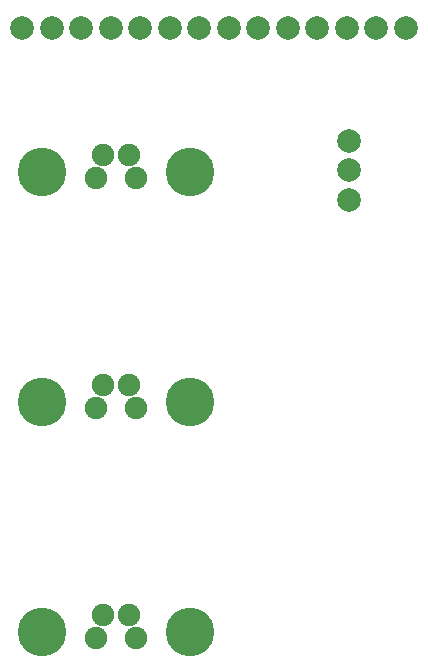
<source format=gbs>
G04 Layer: BottomSolderMaskLayer*
G04 EasyEDA v6.5.42, 2024-04-22 14:16:48*
G04 7752da08fb664a89a939598d6395460c,c115876feeed43bc8c79c948ea027e3a,10*
G04 Gerber Generator version 0.2*
G04 Scale: 100 percent, Rotated: No, Reflected: No *
G04 Dimensions in millimeters *
G04 leading zeros omitted , absolute positions ,4 integer and 5 decimal *
%FSLAX45Y45*%
%MOMM*%

%ADD10C,4.1176*%
%ADD11C,1.9016*%
%ADD12C,2.0016*%

%LPD*%
D10*
G01*
X1755292Y-6362700D03*
G01*
X505307Y-6362700D03*
D11*
G01*
X960297Y-6412712D03*
G01*
X1300302Y-6412712D03*
G01*
X1022807Y-6217691D03*
G01*
X1237792Y-6217691D03*
D10*
G01*
X1755292Y-2469718D03*
G01*
X505307Y-2469718D03*
D11*
G01*
X960297Y-2519730D03*
G01*
X1300302Y-2519730D03*
G01*
X1022807Y-2324709D03*
G01*
X1237792Y-2324709D03*
D10*
G01*
X1755292Y-4416221D03*
G01*
X505307Y-4416221D03*
D11*
G01*
X960297Y-4466234D03*
G01*
X1300302Y-4466234D03*
G01*
X1022807Y-4271213D03*
G01*
X1237792Y-4271213D03*
D12*
G01*
X3585006Y-1251000D03*
G01*
X3334994Y-1251000D03*
G01*
X2585008Y-1251000D03*
G01*
X2334996Y-1251000D03*
G01*
X2085009Y-1251000D03*
G01*
X1834997Y-1251000D03*
G01*
X1585010Y-1251000D03*
G01*
X1334998Y-1251000D03*
G01*
X1085011Y-1251000D03*
G01*
X834999Y-1251000D03*
G01*
X585012Y-1251000D03*
G01*
X335000Y-1251000D03*
G01*
X3099993Y-2704998D03*
G01*
X3099993Y-2454986D03*
G01*
X3099993Y-2204999D03*
G01*
X3085007Y-1251000D03*
G01*
X2834995Y-1251000D03*
M02*

</source>
